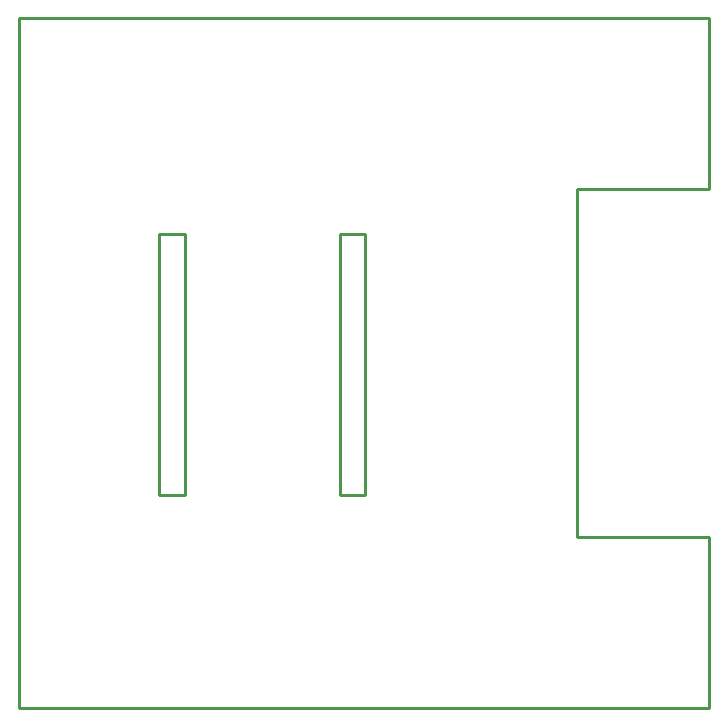
<source format=gko>
G04 Layer: BoardOutlineLayer*
G04 EasyEDA v6.5.22, 2023-02-15 20:21:58*
G04 4437690330c0464a833ae06912b54f16,5a6b42c53f6a479593ecc07194224c93,10*
G04 Gerber Generator version 0.2*
G04 Scale: 100 percent, Rotated: No, Reflected: No *
G04 Dimensions in millimeters *
G04 leading zeros omitted , absolute positions ,4 integer and 5 decimal *
%FSLAX45Y45*%
%MOMM*%

%ADD10C,0.2540*%
D10*
X0Y5842000D02*
G01*
X5842000Y5842000D01*
X5841987Y4394192D01*
X4724389Y4394192D01*
X4724389Y1447797D01*
X5841987Y1447797D01*
X5842000Y0D01*
X0Y502D01*
X0Y5842000D01*
X1188595Y4017192D02*
G01*
X1188595Y1807397D01*
X1188595Y1807397D02*
G01*
X1404498Y1807397D01*
X1404498Y1807397D02*
G01*
X1404498Y4017192D01*
X1404498Y4017192D02*
G01*
X1188595Y4017192D01*
X2718894Y4015795D02*
G01*
X2718894Y1806000D01*
X2718894Y1806000D02*
G01*
X2934797Y1806000D01*
X2934797Y1806000D02*
G01*
X2934797Y4015795D01*
X2934797Y4015795D02*
G01*
X2718894Y4015795D01*

%LPD*%
M02*

</source>
